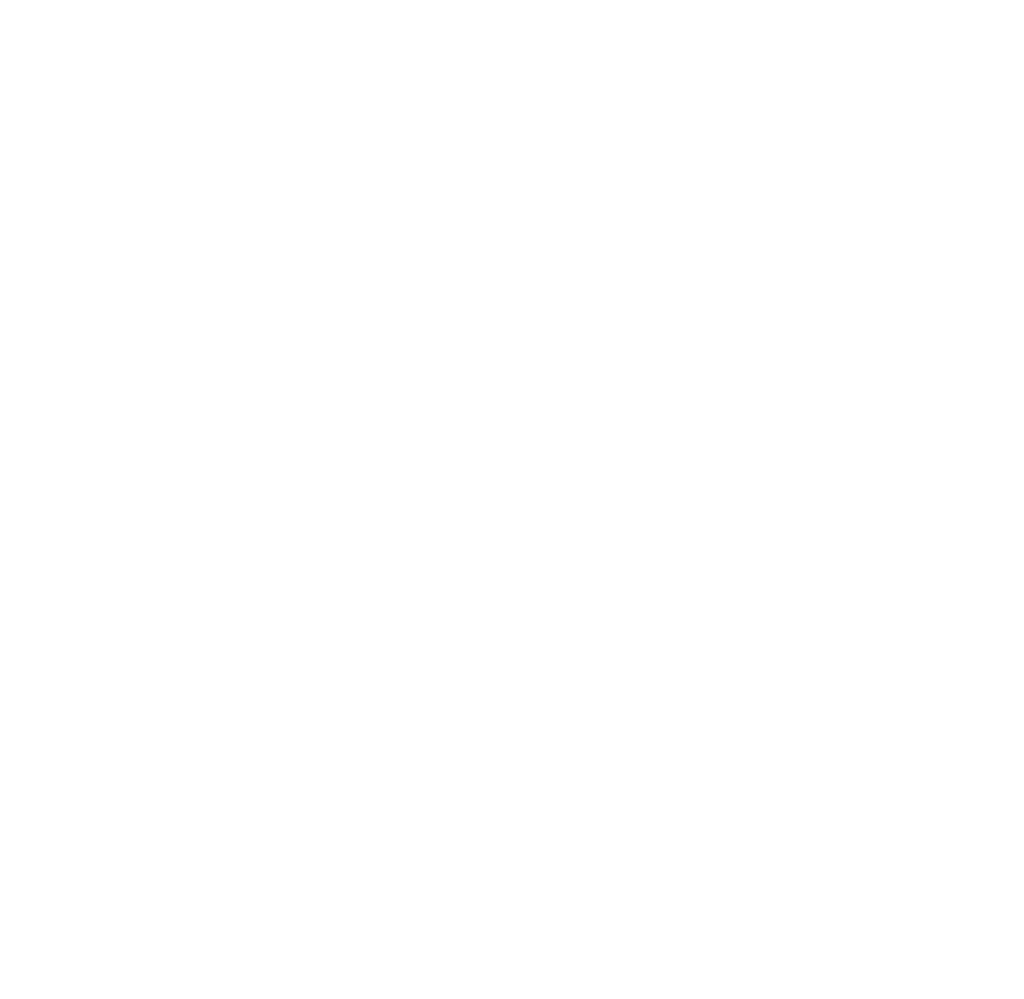
<source format=gto>
G04 #@! TF.GenerationSoftware,KiCad,Pcbnew,(5.1.4-0)*
G04 #@! TF.CreationDate,2021-03-11T23:07:08-05:00*
G04 #@! TF.ProjectId,mxnatee_switch_plate,6d786e61-7465-4655-9f73-77697463685f,rev?*
G04 #@! TF.SameCoordinates,Original*
G04 #@! TF.FileFunction,Legend,Top*
G04 #@! TF.FilePolarity,Positive*
%FSLAX46Y46*%
G04 Gerber Fmt 4.6, Leading zero omitted, Abs format (unit mm)*
G04 Created by KiCad (PCBNEW (5.1.4-0)) date 2021-03-11 23:07:08*
%MOMM*%
%LPD*%
G04 APERTURE LIST*
%ADD10C,0.150000*%
%ADD11C,0.100000*%
%ADD12C,16.102000*%
%ADD13C,4.502000*%
G04 APERTURE END LIST*
D10*
X106569095Y-118721130D02*
X106569095Y-117721130D01*
X106902428Y-118435416D01*
X107235761Y-117721130D01*
X107235761Y-118721130D01*
X107616714Y-117721130D02*
X108283380Y-118721130D01*
X108283380Y-117721130D02*
X107616714Y-118721130D01*
X109188142Y-118721130D02*
X108616714Y-118721130D01*
X108902428Y-118721130D02*
X108902428Y-117721130D01*
X108807190Y-117863988D01*
X108711952Y-117959226D01*
X108616714Y-118006845D01*
X109759571Y-118149702D02*
X109664333Y-118102083D01*
X109616714Y-118054464D01*
X109569095Y-117959226D01*
X109569095Y-117911607D01*
X109616714Y-117816369D01*
X109664333Y-117768750D01*
X109759571Y-117721130D01*
X109950047Y-117721130D01*
X110045285Y-117768750D01*
X110092904Y-117816369D01*
X110140523Y-117911607D01*
X110140523Y-117959226D01*
X110092904Y-118054464D01*
X110045285Y-118102083D01*
X109950047Y-118149702D01*
X109759571Y-118149702D01*
X109664333Y-118197321D01*
X109616714Y-118244940D01*
X109569095Y-118340178D01*
X109569095Y-118530654D01*
X109616714Y-118625892D01*
X109664333Y-118673511D01*
X109759571Y-118721130D01*
X109950047Y-118721130D01*
X110045285Y-118673511D01*
X110092904Y-118625892D01*
X110140523Y-118530654D01*
X110140523Y-118340178D01*
X110092904Y-118244940D01*
X110045285Y-118197321D01*
X109950047Y-118149702D01*
X125619095Y-118721130D02*
X125619095Y-117721130D01*
X125952428Y-118435416D01*
X126285761Y-117721130D01*
X126285761Y-118721130D01*
X126666714Y-117721130D02*
X127333380Y-118721130D01*
X127333380Y-117721130D02*
X126666714Y-118721130D01*
X128238142Y-118721130D02*
X127666714Y-118721130D01*
X127952428Y-118721130D02*
X127952428Y-117721130D01*
X127857190Y-117863988D01*
X127761952Y-117959226D01*
X127666714Y-118006845D01*
X128714333Y-118721130D02*
X128904809Y-118721130D01*
X129000047Y-118673511D01*
X129047666Y-118625892D01*
X129142904Y-118483035D01*
X129190523Y-118292559D01*
X129190523Y-117911607D01*
X129142904Y-117816369D01*
X129095285Y-117768750D01*
X129000047Y-117721130D01*
X128809571Y-117721130D01*
X128714333Y-117768750D01*
X128666714Y-117816369D01*
X128619095Y-117911607D01*
X128619095Y-118149702D01*
X128666714Y-118244940D01*
X128714333Y-118292559D01*
X128809571Y-118340178D01*
X129000047Y-118340178D01*
X129095285Y-118292559D01*
X129142904Y-118244940D01*
X129190523Y-118149702D01*
X87519095Y-118721130D02*
X87519095Y-117721130D01*
X87852428Y-118435416D01*
X88185761Y-117721130D01*
X88185761Y-118721130D01*
X88566714Y-117721130D02*
X89233380Y-118721130D01*
X89233380Y-117721130D02*
X88566714Y-118721130D01*
X90138142Y-118721130D02*
X89566714Y-118721130D01*
X89852428Y-118721130D02*
X89852428Y-117721130D01*
X89757190Y-117863988D01*
X89661952Y-117959226D01*
X89566714Y-118006845D01*
X90471476Y-117721130D02*
X91138142Y-117721130D01*
X90709571Y-118721130D01*
X111331595Y-137771130D02*
X111331595Y-136771130D01*
X111664928Y-137485416D01*
X111998261Y-136771130D01*
X111998261Y-137771130D01*
X112379214Y-136771130D02*
X113045880Y-137771130D01*
X113045880Y-136771130D02*
X112379214Y-137771130D01*
X113950642Y-137771130D02*
X113379214Y-137771130D01*
X113664928Y-137771130D02*
X113664928Y-136771130D01*
X113569690Y-136913988D01*
X113474452Y-137009226D01*
X113379214Y-137056845D01*
X114807785Y-136771130D02*
X114617309Y-136771130D01*
X114522071Y-136818750D01*
X114474452Y-136866369D01*
X114379214Y-137009226D01*
X114331595Y-137199702D01*
X114331595Y-137580654D01*
X114379214Y-137675892D01*
X114426833Y-137723511D01*
X114522071Y-137771130D01*
X114712547Y-137771130D01*
X114807785Y-137723511D01*
X114855404Y-137675892D01*
X114903023Y-137580654D01*
X114903023Y-137342559D01*
X114855404Y-137247321D01*
X114807785Y-137199702D01*
X114712547Y-137152083D01*
X114522071Y-137152083D01*
X114426833Y-137199702D01*
X114379214Y-137247321D01*
X114331595Y-137342559D01*
X130381595Y-137771130D02*
X130381595Y-136771130D01*
X130714928Y-137485416D01*
X131048261Y-136771130D01*
X131048261Y-137771130D01*
X131429214Y-136771130D02*
X132095880Y-137771130D01*
X132095880Y-136771130D02*
X131429214Y-137771130D01*
X133000642Y-137771130D02*
X132429214Y-137771130D01*
X132714928Y-137771130D02*
X132714928Y-136771130D01*
X132619690Y-136913988D01*
X132524452Y-137009226D01*
X132429214Y-137056845D01*
X133905404Y-136771130D02*
X133429214Y-136771130D01*
X133381595Y-137247321D01*
X133429214Y-137199702D01*
X133524452Y-137152083D01*
X133762547Y-137152083D01*
X133857785Y-137199702D01*
X133905404Y-137247321D01*
X133953023Y-137342559D01*
X133953023Y-137580654D01*
X133905404Y-137675892D01*
X133857785Y-137723511D01*
X133762547Y-137771130D01*
X133524452Y-137771130D01*
X133429214Y-137723511D01*
X133381595Y-137675892D01*
X101806595Y-99671130D02*
X101806595Y-98671130D01*
X102139928Y-99385416D01*
X102473261Y-98671130D01*
X102473261Y-99671130D01*
X102854214Y-98671130D02*
X103520880Y-99671130D01*
X103520880Y-98671130D02*
X102854214Y-99671130D01*
X104425642Y-99671130D02*
X103854214Y-99671130D01*
X104139928Y-99671130D02*
X104139928Y-98671130D01*
X104044690Y-98813988D01*
X103949452Y-98909226D01*
X103854214Y-98956845D01*
X105282785Y-99004464D02*
X105282785Y-99671130D01*
X105044690Y-98623511D02*
X104806595Y-99337797D01*
X105425642Y-99337797D01*
X82756595Y-99671130D02*
X82756595Y-98671130D01*
X83089928Y-99385416D01*
X83423261Y-98671130D01*
X83423261Y-99671130D01*
X83804214Y-98671130D02*
X84470880Y-99671130D01*
X84470880Y-98671130D02*
X83804214Y-99671130D01*
X85375642Y-99671130D02*
X84804214Y-99671130D01*
X85089928Y-99671130D02*
X85089928Y-98671130D01*
X84994690Y-98813988D01*
X84899452Y-98909226D01*
X84804214Y-98956845D01*
X85708976Y-98671130D02*
X86328023Y-98671130D01*
X85994690Y-99052083D01*
X86137547Y-99052083D01*
X86232785Y-99099702D01*
X86280404Y-99147321D01*
X86328023Y-99242559D01*
X86328023Y-99480654D01*
X86280404Y-99575892D01*
X86232785Y-99623511D01*
X86137547Y-99671130D01*
X85851833Y-99671130D01*
X85756595Y-99623511D01*
X85708976Y-99575892D01*
X63706595Y-90939880D02*
X63706595Y-89939880D01*
X64039928Y-90654166D01*
X64373261Y-89939880D01*
X64373261Y-90939880D01*
X64754214Y-89939880D02*
X65420880Y-90939880D01*
X65420880Y-89939880D02*
X64754214Y-90939880D01*
X66325642Y-90939880D02*
X65754214Y-90939880D01*
X66039928Y-90939880D02*
X66039928Y-89939880D01*
X65944690Y-90082738D01*
X65849452Y-90177976D01*
X65754214Y-90225595D01*
X66706595Y-90035119D02*
X66754214Y-89987500D01*
X66849452Y-89939880D01*
X67087547Y-89939880D01*
X67182785Y-89987500D01*
X67230404Y-90035119D01*
X67278023Y-90130357D01*
X67278023Y-90225595D01*
X67230404Y-90368452D01*
X66658976Y-90939880D01*
X67278023Y-90939880D01*
X25606595Y-95035630D02*
X25606595Y-94035630D01*
X25939928Y-94749916D01*
X26273261Y-94035630D01*
X26273261Y-95035630D01*
X26654214Y-94035630D02*
X27320880Y-95035630D01*
X27320880Y-94035630D02*
X26654214Y-95035630D01*
X28225642Y-95035630D02*
X27654214Y-95035630D01*
X27939928Y-95035630D02*
X27939928Y-94035630D01*
X27844690Y-94178488D01*
X27749452Y-94273726D01*
X27654214Y-94321345D01*
X29178023Y-95035630D02*
X28606595Y-95035630D01*
X28892309Y-95035630D02*
X28892309Y-94035630D01*
X28797071Y-94178488D01*
X28701833Y-94273726D01*
X28606595Y-94321345D01*
X101806595Y-80621130D02*
X101806595Y-79621130D01*
X102139928Y-80335416D01*
X102473261Y-79621130D01*
X102473261Y-80621130D01*
X102854214Y-79621130D02*
X103520880Y-80621130D01*
X103520880Y-79621130D02*
X102854214Y-80621130D01*
X104425642Y-80621130D02*
X103854214Y-80621130D01*
X104139928Y-80621130D02*
X104139928Y-79621130D01*
X104044690Y-79763988D01*
X103949452Y-79859226D01*
X103854214Y-79906845D01*
X105044690Y-79621130D02*
X105139928Y-79621130D01*
X105235166Y-79668750D01*
X105282785Y-79716369D01*
X105330404Y-79811607D01*
X105378023Y-80002083D01*
X105378023Y-80240178D01*
X105330404Y-80430654D01*
X105282785Y-80525892D01*
X105235166Y-80573511D01*
X105139928Y-80621130D01*
X105044690Y-80621130D01*
X104949452Y-80573511D01*
X104901833Y-80525892D01*
X104854214Y-80430654D01*
X104806595Y-80240178D01*
X104806595Y-80002083D01*
X104854214Y-79811607D01*
X104901833Y-79716369D01*
X104949452Y-79668750D01*
X105044690Y-79621130D01*
X83232785Y-80621130D02*
X83232785Y-79621130D01*
X83566119Y-80335416D01*
X83899452Y-79621130D01*
X83899452Y-80621130D01*
X84280404Y-79621130D02*
X84947071Y-80621130D01*
X84947071Y-79621130D02*
X84280404Y-80621130D01*
X85375642Y-80621130D02*
X85566119Y-80621130D01*
X85661357Y-80573511D01*
X85708976Y-80525892D01*
X85804214Y-80383035D01*
X85851833Y-80192559D01*
X85851833Y-79811607D01*
X85804214Y-79716369D01*
X85756595Y-79668750D01*
X85661357Y-79621130D01*
X85470880Y-79621130D01*
X85375642Y-79668750D01*
X85328023Y-79716369D01*
X85280404Y-79811607D01*
X85280404Y-80049702D01*
X85328023Y-80144940D01*
X85375642Y-80192559D01*
X85470880Y-80240178D01*
X85661357Y-80240178D01*
X85756595Y-80192559D01*
X85804214Y-80144940D01*
X85851833Y-80049702D01*
X64182785Y-71096130D02*
X64182785Y-70096130D01*
X64516119Y-70810416D01*
X64849452Y-70096130D01*
X64849452Y-71096130D01*
X65230404Y-70096130D02*
X65897071Y-71096130D01*
X65897071Y-70096130D02*
X65230404Y-71096130D01*
X66420880Y-70524702D02*
X66325642Y-70477083D01*
X66278023Y-70429464D01*
X66230404Y-70334226D01*
X66230404Y-70286607D01*
X66278023Y-70191369D01*
X66325642Y-70143750D01*
X66420880Y-70096130D01*
X66611357Y-70096130D01*
X66706595Y-70143750D01*
X66754214Y-70191369D01*
X66801833Y-70286607D01*
X66801833Y-70334226D01*
X66754214Y-70429464D01*
X66706595Y-70477083D01*
X66611357Y-70524702D01*
X66420880Y-70524702D01*
X66325642Y-70572321D01*
X66278023Y-70619940D01*
X66230404Y-70715178D01*
X66230404Y-70905654D01*
X66278023Y-71000892D01*
X66325642Y-71048511D01*
X66420880Y-71096130D01*
X66611357Y-71096130D01*
X66706595Y-71048511D01*
X66754214Y-71000892D01*
X66801833Y-70905654D01*
X66801833Y-70715178D01*
X66754214Y-70619940D01*
X66706595Y-70572321D01*
X66611357Y-70524702D01*
X45132785Y-80621130D02*
X45132785Y-79621130D01*
X45466119Y-80335416D01*
X45799452Y-79621130D01*
X45799452Y-80621130D01*
X46180404Y-79621130D02*
X46847071Y-80621130D01*
X46847071Y-79621130D02*
X46180404Y-80621130D01*
X47132785Y-79621130D02*
X47799452Y-79621130D01*
X47370880Y-80621130D01*
X102282785Y-61571130D02*
X102282785Y-60571130D01*
X102616119Y-61285416D01*
X102949452Y-60571130D01*
X102949452Y-61571130D01*
X103330404Y-60571130D02*
X103997071Y-61571130D01*
X103997071Y-60571130D02*
X103330404Y-61571130D01*
X104806595Y-60571130D02*
X104616119Y-60571130D01*
X104520880Y-60618750D01*
X104473261Y-60666369D01*
X104378023Y-60809226D01*
X104330404Y-60999702D01*
X104330404Y-61380654D01*
X104378023Y-61475892D01*
X104425642Y-61523511D01*
X104520880Y-61571130D01*
X104711357Y-61571130D01*
X104806595Y-61523511D01*
X104854214Y-61475892D01*
X104901833Y-61380654D01*
X104901833Y-61142559D01*
X104854214Y-61047321D01*
X104806595Y-60999702D01*
X104711357Y-60952083D01*
X104520880Y-60952083D01*
X104425642Y-60999702D01*
X104378023Y-61047321D01*
X104330404Y-61142559D01*
X83232785Y-61571130D02*
X83232785Y-60571130D01*
X83566119Y-61285416D01*
X83899452Y-60571130D01*
X83899452Y-61571130D01*
X84280404Y-60571130D02*
X84947071Y-61571130D01*
X84947071Y-60571130D02*
X84280404Y-61571130D01*
X85804214Y-60571130D02*
X85328023Y-60571130D01*
X85280404Y-61047321D01*
X85328023Y-60999702D01*
X85423261Y-60952083D01*
X85661357Y-60952083D01*
X85756595Y-60999702D01*
X85804214Y-61047321D01*
X85851833Y-61142559D01*
X85851833Y-61380654D01*
X85804214Y-61475892D01*
X85756595Y-61523511D01*
X85661357Y-61571130D01*
X85423261Y-61571130D01*
X85328023Y-61523511D01*
X85280404Y-61475892D01*
X64182785Y-52046130D02*
X64182785Y-51046130D01*
X64516119Y-51760416D01*
X64849452Y-51046130D01*
X64849452Y-52046130D01*
X65230404Y-51046130D02*
X65897071Y-52046130D01*
X65897071Y-51046130D02*
X65230404Y-52046130D01*
X66706595Y-51379464D02*
X66706595Y-52046130D01*
X66468500Y-50998511D02*
X66230404Y-51712797D01*
X66849452Y-51712797D01*
X45132785Y-61571130D02*
X45132785Y-60571130D01*
X45466119Y-61285416D01*
X45799452Y-60571130D01*
X45799452Y-61571130D01*
X46180404Y-60571130D02*
X46847071Y-61571130D01*
X46847071Y-60571130D02*
X46180404Y-61571130D01*
X47132785Y-60571130D02*
X47751833Y-60571130D01*
X47418500Y-60952083D01*
X47561357Y-60952083D01*
X47656595Y-60999702D01*
X47704214Y-61047321D01*
X47751833Y-61142559D01*
X47751833Y-61380654D01*
X47704214Y-61475892D01*
X47656595Y-61523511D01*
X47561357Y-61571130D01*
X47275642Y-61571130D01*
X47180404Y-61523511D01*
X47132785Y-61475892D01*
X83232785Y-42521130D02*
X83232785Y-41521130D01*
X83566119Y-42235416D01*
X83899452Y-41521130D01*
X83899452Y-42521130D01*
X84280404Y-41521130D02*
X84947071Y-42521130D01*
X84947071Y-41521130D02*
X84280404Y-42521130D01*
X85280404Y-41616369D02*
X85328023Y-41568750D01*
X85423261Y-41521130D01*
X85661357Y-41521130D01*
X85756595Y-41568750D01*
X85804214Y-41616369D01*
X85851833Y-41711607D01*
X85851833Y-41806845D01*
X85804214Y-41949702D01*
X85232785Y-42521130D01*
X85851833Y-42521130D01*
X64182785Y-32996130D02*
X64182785Y-31996130D01*
X64516119Y-32710416D01*
X64849452Y-31996130D01*
X64849452Y-32996130D01*
X65230404Y-31996130D02*
X65897071Y-32996130D01*
X65897071Y-31996130D02*
X65230404Y-32996130D01*
X66801833Y-32996130D02*
X66230404Y-32996130D01*
X66516119Y-32996130D02*
X66516119Y-31996130D01*
X66420880Y-32138988D01*
X66325642Y-32234226D01*
X66230404Y-32281845D01*
%LPC*%
D11*
G36*
X115721005Y-105396635D02*
G01*
X115819479Y-105411242D01*
X115916046Y-105435431D01*
X116009778Y-105468969D01*
X116099771Y-105511532D01*
X116185159Y-105562712D01*
X116265119Y-105622014D01*
X116338882Y-105688868D01*
X116405736Y-105762631D01*
X116465038Y-105842591D01*
X116516218Y-105927979D01*
X116558781Y-106017972D01*
X116592319Y-106111704D01*
X116616508Y-106208271D01*
X116631115Y-106306745D01*
X116636000Y-106406176D01*
X116636000Y-120479324D01*
X116631115Y-120578755D01*
X116616508Y-120677229D01*
X116592319Y-120773796D01*
X116558781Y-120867528D01*
X116516218Y-120957521D01*
X116465038Y-121042909D01*
X116405736Y-121122869D01*
X116338882Y-121196632D01*
X116265119Y-121263486D01*
X116185159Y-121322788D01*
X116099771Y-121373968D01*
X116009778Y-121416531D01*
X115916046Y-121450069D01*
X115819479Y-121474258D01*
X115721005Y-121488865D01*
X115621574Y-121493750D01*
X101548426Y-121493750D01*
X101448995Y-121488865D01*
X101350521Y-121474258D01*
X101253954Y-121450069D01*
X101160222Y-121416531D01*
X101070229Y-121373968D01*
X100984841Y-121322788D01*
X100904881Y-121263486D01*
X100831118Y-121196632D01*
X100764264Y-121122869D01*
X100704962Y-121042909D01*
X100653782Y-120957521D01*
X100611219Y-120867528D01*
X100577681Y-120773796D01*
X100553492Y-120677229D01*
X100538885Y-120578755D01*
X100534000Y-120479324D01*
X100534000Y-106406176D01*
X100538885Y-106306745D01*
X100553492Y-106208271D01*
X100577681Y-106111704D01*
X100611219Y-106017972D01*
X100653782Y-105927979D01*
X100704962Y-105842591D01*
X100764264Y-105762631D01*
X100831118Y-105688868D01*
X100904881Y-105622014D01*
X100984841Y-105562712D01*
X101070229Y-105511532D01*
X101160222Y-105468969D01*
X101253954Y-105435431D01*
X101350521Y-105411242D01*
X101448995Y-105396635D01*
X101548426Y-105391750D01*
X115621574Y-105391750D01*
X115721005Y-105396635D01*
X115721005Y-105396635D01*
G37*
D12*
X108585000Y-113442750D03*
D11*
G36*
X134771005Y-105396635D02*
G01*
X134869479Y-105411242D01*
X134966046Y-105435431D01*
X135059778Y-105468969D01*
X135149771Y-105511532D01*
X135235159Y-105562712D01*
X135315119Y-105622014D01*
X135388882Y-105688868D01*
X135455736Y-105762631D01*
X135515038Y-105842591D01*
X135566218Y-105927979D01*
X135608781Y-106017972D01*
X135642319Y-106111704D01*
X135666508Y-106208271D01*
X135681115Y-106306745D01*
X135686000Y-106406176D01*
X135686000Y-120479324D01*
X135681115Y-120578755D01*
X135666508Y-120677229D01*
X135642319Y-120773796D01*
X135608781Y-120867528D01*
X135566218Y-120957521D01*
X135515038Y-121042909D01*
X135455736Y-121122869D01*
X135388882Y-121196632D01*
X135315119Y-121263486D01*
X135235159Y-121322788D01*
X135149771Y-121373968D01*
X135059778Y-121416531D01*
X134966046Y-121450069D01*
X134869479Y-121474258D01*
X134771005Y-121488865D01*
X134671574Y-121493750D01*
X120598426Y-121493750D01*
X120498995Y-121488865D01*
X120400521Y-121474258D01*
X120303954Y-121450069D01*
X120210222Y-121416531D01*
X120120229Y-121373968D01*
X120034841Y-121322788D01*
X119954881Y-121263486D01*
X119881118Y-121196632D01*
X119814264Y-121122869D01*
X119754962Y-121042909D01*
X119703782Y-120957521D01*
X119661219Y-120867528D01*
X119627681Y-120773796D01*
X119603492Y-120677229D01*
X119588885Y-120578755D01*
X119584000Y-120479324D01*
X119584000Y-106406176D01*
X119588885Y-106306745D01*
X119603492Y-106208271D01*
X119627681Y-106111704D01*
X119661219Y-106017972D01*
X119703782Y-105927979D01*
X119754962Y-105842591D01*
X119814264Y-105762631D01*
X119881118Y-105688868D01*
X119954881Y-105622014D01*
X120034841Y-105562712D01*
X120120229Y-105511532D01*
X120210222Y-105468969D01*
X120303954Y-105435431D01*
X120400521Y-105411242D01*
X120498995Y-105396635D01*
X120598426Y-105391750D01*
X134671574Y-105391750D01*
X134771005Y-105396635D01*
X134771005Y-105396635D01*
G37*
D12*
X127635000Y-113442750D03*
D11*
G36*
X96671005Y-105396635D02*
G01*
X96769479Y-105411242D01*
X96866046Y-105435431D01*
X96959778Y-105468969D01*
X97049771Y-105511532D01*
X97135159Y-105562712D01*
X97215119Y-105622014D01*
X97288882Y-105688868D01*
X97355736Y-105762631D01*
X97415038Y-105842591D01*
X97466218Y-105927979D01*
X97508781Y-106017972D01*
X97542319Y-106111704D01*
X97566508Y-106208271D01*
X97581115Y-106306745D01*
X97586000Y-106406176D01*
X97586000Y-120479324D01*
X97581115Y-120578755D01*
X97566508Y-120677229D01*
X97542319Y-120773796D01*
X97508781Y-120867528D01*
X97466218Y-120957521D01*
X97415038Y-121042909D01*
X97355736Y-121122869D01*
X97288882Y-121196632D01*
X97215119Y-121263486D01*
X97135159Y-121322788D01*
X97049771Y-121373968D01*
X96959778Y-121416531D01*
X96866046Y-121450069D01*
X96769479Y-121474258D01*
X96671005Y-121488865D01*
X96571574Y-121493750D01*
X82498426Y-121493750D01*
X82398995Y-121488865D01*
X82300521Y-121474258D01*
X82203954Y-121450069D01*
X82110222Y-121416531D01*
X82020229Y-121373968D01*
X81934841Y-121322788D01*
X81854881Y-121263486D01*
X81781118Y-121196632D01*
X81714264Y-121122869D01*
X81654962Y-121042909D01*
X81603782Y-120957521D01*
X81561219Y-120867528D01*
X81527681Y-120773796D01*
X81503492Y-120677229D01*
X81488885Y-120578755D01*
X81484000Y-120479324D01*
X81484000Y-106406176D01*
X81488885Y-106306745D01*
X81503492Y-106208271D01*
X81527681Y-106111704D01*
X81561219Y-106017972D01*
X81603782Y-105927979D01*
X81654962Y-105842591D01*
X81714264Y-105762631D01*
X81781118Y-105688868D01*
X81854881Y-105622014D01*
X81934841Y-105562712D01*
X82020229Y-105511532D01*
X82110222Y-105468969D01*
X82203954Y-105435431D01*
X82300521Y-105411242D01*
X82398995Y-105396635D01*
X82498426Y-105391750D01*
X96571574Y-105391750D01*
X96671005Y-105396635D01*
X96671005Y-105396635D01*
G37*
D12*
X89535000Y-113442750D03*
D11*
G36*
X120483505Y-124446635D02*
G01*
X120581979Y-124461242D01*
X120678546Y-124485431D01*
X120772278Y-124518969D01*
X120862271Y-124561532D01*
X120947659Y-124612712D01*
X121027619Y-124672014D01*
X121101382Y-124738868D01*
X121168236Y-124812631D01*
X121227538Y-124892591D01*
X121278718Y-124977979D01*
X121321281Y-125067972D01*
X121354819Y-125161704D01*
X121379008Y-125258271D01*
X121393615Y-125356745D01*
X121398500Y-125456176D01*
X121398500Y-139529324D01*
X121393615Y-139628755D01*
X121379008Y-139727229D01*
X121354819Y-139823796D01*
X121321281Y-139917528D01*
X121278718Y-140007521D01*
X121227538Y-140092909D01*
X121168236Y-140172869D01*
X121101382Y-140246632D01*
X121027619Y-140313486D01*
X120947659Y-140372788D01*
X120862271Y-140423968D01*
X120772278Y-140466531D01*
X120678546Y-140500069D01*
X120581979Y-140524258D01*
X120483505Y-140538865D01*
X120384074Y-140543750D01*
X106310926Y-140543750D01*
X106211495Y-140538865D01*
X106113021Y-140524258D01*
X106016454Y-140500069D01*
X105922722Y-140466531D01*
X105832729Y-140423968D01*
X105747341Y-140372788D01*
X105667381Y-140313486D01*
X105593618Y-140246632D01*
X105526764Y-140172869D01*
X105467462Y-140092909D01*
X105416282Y-140007521D01*
X105373719Y-139917528D01*
X105340181Y-139823796D01*
X105315992Y-139727229D01*
X105301385Y-139628755D01*
X105296500Y-139529324D01*
X105296500Y-125456176D01*
X105301385Y-125356745D01*
X105315992Y-125258271D01*
X105340181Y-125161704D01*
X105373719Y-125067972D01*
X105416282Y-124977979D01*
X105467462Y-124892591D01*
X105526764Y-124812631D01*
X105593618Y-124738868D01*
X105667381Y-124672014D01*
X105747341Y-124612712D01*
X105832729Y-124561532D01*
X105922722Y-124518969D01*
X106016454Y-124485431D01*
X106113021Y-124461242D01*
X106211495Y-124446635D01*
X106310926Y-124441750D01*
X120384074Y-124441750D01*
X120483505Y-124446635D01*
X120483505Y-124446635D01*
G37*
D12*
X113347500Y-132492750D03*
D11*
G36*
X139533505Y-124446635D02*
G01*
X139631979Y-124461242D01*
X139728546Y-124485431D01*
X139822278Y-124518969D01*
X139912271Y-124561532D01*
X139997659Y-124612712D01*
X140077619Y-124672014D01*
X140151382Y-124738868D01*
X140218236Y-124812631D01*
X140277538Y-124892591D01*
X140328718Y-124977979D01*
X140371281Y-125067972D01*
X140404819Y-125161704D01*
X140429008Y-125258271D01*
X140443615Y-125356745D01*
X140448500Y-125456176D01*
X140448500Y-139529324D01*
X140443615Y-139628755D01*
X140429008Y-139727229D01*
X140404819Y-139823796D01*
X140371281Y-139917528D01*
X140328718Y-140007521D01*
X140277538Y-140092909D01*
X140218236Y-140172869D01*
X140151382Y-140246632D01*
X140077619Y-140313486D01*
X139997659Y-140372788D01*
X139912271Y-140423968D01*
X139822278Y-140466531D01*
X139728546Y-140500069D01*
X139631979Y-140524258D01*
X139533505Y-140538865D01*
X139434074Y-140543750D01*
X125360926Y-140543750D01*
X125261495Y-140538865D01*
X125163021Y-140524258D01*
X125066454Y-140500069D01*
X124972722Y-140466531D01*
X124882729Y-140423968D01*
X124797341Y-140372788D01*
X124717381Y-140313486D01*
X124643618Y-140246632D01*
X124576764Y-140172869D01*
X124517462Y-140092909D01*
X124466282Y-140007521D01*
X124423719Y-139917528D01*
X124390181Y-139823796D01*
X124365992Y-139727229D01*
X124351385Y-139628755D01*
X124346500Y-139529324D01*
X124346500Y-125456176D01*
X124351385Y-125356745D01*
X124365992Y-125258271D01*
X124390181Y-125161704D01*
X124423719Y-125067972D01*
X124466282Y-124977979D01*
X124517462Y-124892591D01*
X124576764Y-124812631D01*
X124643618Y-124738868D01*
X124717381Y-124672014D01*
X124797341Y-124612712D01*
X124882729Y-124561532D01*
X124972722Y-124518969D01*
X125066454Y-124485431D01*
X125163021Y-124461242D01*
X125261495Y-124446635D01*
X125360926Y-124441750D01*
X139434074Y-124441750D01*
X139533505Y-124446635D01*
X139533505Y-124446635D01*
G37*
D12*
X132397500Y-132492750D03*
D11*
G36*
X110958505Y-86346635D02*
G01*
X111056979Y-86361242D01*
X111153546Y-86385431D01*
X111247278Y-86418969D01*
X111337271Y-86461532D01*
X111422659Y-86512712D01*
X111502619Y-86572014D01*
X111576382Y-86638868D01*
X111643236Y-86712631D01*
X111702538Y-86792591D01*
X111753718Y-86877979D01*
X111796281Y-86967972D01*
X111829819Y-87061704D01*
X111854008Y-87158271D01*
X111868615Y-87256745D01*
X111873500Y-87356176D01*
X111873500Y-101429324D01*
X111868615Y-101528755D01*
X111854008Y-101627229D01*
X111829819Y-101723796D01*
X111796281Y-101817528D01*
X111753718Y-101907521D01*
X111702538Y-101992909D01*
X111643236Y-102072869D01*
X111576382Y-102146632D01*
X111502619Y-102213486D01*
X111422659Y-102272788D01*
X111337271Y-102323968D01*
X111247278Y-102366531D01*
X111153546Y-102400069D01*
X111056979Y-102424258D01*
X110958505Y-102438865D01*
X110859074Y-102443750D01*
X96785926Y-102443750D01*
X96686495Y-102438865D01*
X96588021Y-102424258D01*
X96491454Y-102400069D01*
X96397722Y-102366531D01*
X96307729Y-102323968D01*
X96222341Y-102272788D01*
X96142381Y-102213486D01*
X96068618Y-102146632D01*
X96001764Y-102072869D01*
X95942462Y-101992909D01*
X95891282Y-101907521D01*
X95848719Y-101817528D01*
X95815181Y-101723796D01*
X95790992Y-101627229D01*
X95776385Y-101528755D01*
X95771500Y-101429324D01*
X95771500Y-87356176D01*
X95776385Y-87256745D01*
X95790992Y-87158271D01*
X95815181Y-87061704D01*
X95848719Y-86967972D01*
X95891282Y-86877979D01*
X95942462Y-86792591D01*
X96001764Y-86712631D01*
X96068618Y-86638868D01*
X96142381Y-86572014D01*
X96222341Y-86512712D01*
X96307729Y-86461532D01*
X96397722Y-86418969D01*
X96491454Y-86385431D01*
X96588021Y-86361242D01*
X96686495Y-86346635D01*
X96785926Y-86341750D01*
X110859074Y-86341750D01*
X110958505Y-86346635D01*
X110958505Y-86346635D01*
G37*
D12*
X103822500Y-94392750D03*
D11*
G36*
X91908505Y-86346635D02*
G01*
X92006979Y-86361242D01*
X92103546Y-86385431D01*
X92197278Y-86418969D01*
X92287271Y-86461532D01*
X92372659Y-86512712D01*
X92452619Y-86572014D01*
X92526382Y-86638868D01*
X92593236Y-86712631D01*
X92652538Y-86792591D01*
X92703718Y-86877979D01*
X92746281Y-86967972D01*
X92779819Y-87061704D01*
X92804008Y-87158271D01*
X92818615Y-87256745D01*
X92823500Y-87356176D01*
X92823500Y-101429324D01*
X92818615Y-101528755D01*
X92804008Y-101627229D01*
X92779819Y-101723796D01*
X92746281Y-101817528D01*
X92703718Y-101907521D01*
X92652538Y-101992909D01*
X92593236Y-102072869D01*
X92526382Y-102146632D01*
X92452619Y-102213486D01*
X92372659Y-102272788D01*
X92287271Y-102323968D01*
X92197278Y-102366531D01*
X92103546Y-102400069D01*
X92006979Y-102424258D01*
X91908505Y-102438865D01*
X91809074Y-102443750D01*
X77735926Y-102443750D01*
X77636495Y-102438865D01*
X77538021Y-102424258D01*
X77441454Y-102400069D01*
X77347722Y-102366531D01*
X77257729Y-102323968D01*
X77172341Y-102272788D01*
X77092381Y-102213486D01*
X77018618Y-102146632D01*
X76951764Y-102072869D01*
X76892462Y-101992909D01*
X76841282Y-101907521D01*
X76798719Y-101817528D01*
X76765181Y-101723796D01*
X76740992Y-101627229D01*
X76726385Y-101528755D01*
X76721500Y-101429324D01*
X76721500Y-87356176D01*
X76726385Y-87256745D01*
X76740992Y-87158271D01*
X76765181Y-87061704D01*
X76798719Y-86967972D01*
X76841282Y-86877979D01*
X76892462Y-86792591D01*
X76951764Y-86712631D01*
X77018618Y-86638868D01*
X77092381Y-86572014D01*
X77172341Y-86512712D01*
X77257729Y-86461532D01*
X77347722Y-86418969D01*
X77441454Y-86385431D01*
X77538021Y-86361242D01*
X77636495Y-86346635D01*
X77735926Y-86341750D01*
X91809074Y-86341750D01*
X91908505Y-86346635D01*
X91908505Y-86346635D01*
G37*
D12*
X84772500Y-94392750D03*
D11*
G36*
X72858505Y-77615385D02*
G01*
X72956979Y-77629992D01*
X73053546Y-77654181D01*
X73147278Y-77687719D01*
X73237271Y-77730282D01*
X73322659Y-77781462D01*
X73402619Y-77840764D01*
X73476382Y-77907618D01*
X73543236Y-77981381D01*
X73602538Y-78061341D01*
X73653718Y-78146729D01*
X73696281Y-78236722D01*
X73729819Y-78330454D01*
X73754008Y-78427021D01*
X73768615Y-78525495D01*
X73773500Y-78624926D01*
X73773500Y-92698074D01*
X73768615Y-92797505D01*
X73754008Y-92895979D01*
X73729819Y-92992546D01*
X73696281Y-93086278D01*
X73653718Y-93176271D01*
X73602538Y-93261659D01*
X73543236Y-93341619D01*
X73476382Y-93415382D01*
X73402619Y-93482236D01*
X73322659Y-93541538D01*
X73237271Y-93592718D01*
X73147278Y-93635281D01*
X73053546Y-93668819D01*
X72956979Y-93693008D01*
X72858505Y-93707615D01*
X72759074Y-93712500D01*
X58685926Y-93712500D01*
X58586495Y-93707615D01*
X58488021Y-93693008D01*
X58391454Y-93668819D01*
X58297722Y-93635281D01*
X58207729Y-93592718D01*
X58122341Y-93541538D01*
X58042381Y-93482236D01*
X57968618Y-93415382D01*
X57901764Y-93341619D01*
X57842462Y-93261659D01*
X57791282Y-93176271D01*
X57748719Y-93086278D01*
X57715181Y-92992546D01*
X57690992Y-92895979D01*
X57676385Y-92797505D01*
X57671500Y-92698074D01*
X57671500Y-78624926D01*
X57676385Y-78525495D01*
X57690992Y-78427021D01*
X57715181Y-78330454D01*
X57748719Y-78236722D01*
X57791282Y-78146729D01*
X57842462Y-78061341D01*
X57901764Y-77981381D01*
X57968618Y-77907618D01*
X58042381Y-77840764D01*
X58122341Y-77781462D01*
X58207729Y-77730282D01*
X58297722Y-77687719D01*
X58391454Y-77654181D01*
X58488021Y-77629992D01*
X58586495Y-77615385D01*
X58685926Y-77610500D01*
X72759074Y-77610500D01*
X72858505Y-77615385D01*
X72858505Y-77615385D01*
G37*
D12*
X65722500Y-85661500D03*
D11*
G36*
X34758505Y-81711135D02*
G01*
X34856979Y-81725742D01*
X34953546Y-81749931D01*
X35047278Y-81783469D01*
X35137271Y-81826032D01*
X35222659Y-81877212D01*
X35302619Y-81936514D01*
X35376382Y-82003368D01*
X35443236Y-82077131D01*
X35502538Y-82157091D01*
X35553718Y-82242479D01*
X35596281Y-82332472D01*
X35629819Y-82426204D01*
X35654008Y-82522771D01*
X35668615Y-82621245D01*
X35673500Y-82720676D01*
X35673500Y-96793824D01*
X35668615Y-96893255D01*
X35654008Y-96991729D01*
X35629819Y-97088296D01*
X35596281Y-97182028D01*
X35553718Y-97272021D01*
X35502538Y-97357409D01*
X35443236Y-97437369D01*
X35376382Y-97511132D01*
X35302619Y-97577986D01*
X35222659Y-97637288D01*
X35137271Y-97688468D01*
X35047278Y-97731031D01*
X34953546Y-97764569D01*
X34856979Y-97788758D01*
X34758505Y-97803365D01*
X34659074Y-97808250D01*
X20585926Y-97808250D01*
X20486495Y-97803365D01*
X20388021Y-97788758D01*
X20291454Y-97764569D01*
X20197722Y-97731031D01*
X20107729Y-97688468D01*
X20022341Y-97637288D01*
X19942381Y-97577986D01*
X19868618Y-97511132D01*
X19801764Y-97437369D01*
X19742462Y-97357409D01*
X19691282Y-97272021D01*
X19648719Y-97182028D01*
X19615181Y-97088296D01*
X19590992Y-96991729D01*
X19576385Y-96893255D01*
X19571500Y-96793824D01*
X19571500Y-82720676D01*
X19576385Y-82621245D01*
X19590992Y-82522771D01*
X19615181Y-82426204D01*
X19648719Y-82332472D01*
X19691282Y-82242479D01*
X19742462Y-82157091D01*
X19801764Y-82077131D01*
X19868618Y-82003368D01*
X19942381Y-81936514D01*
X20022341Y-81877212D01*
X20107729Y-81826032D01*
X20197722Y-81783469D01*
X20291454Y-81749931D01*
X20388021Y-81725742D01*
X20486495Y-81711135D01*
X20585926Y-81706250D01*
X34659074Y-81706250D01*
X34758505Y-81711135D01*
X34758505Y-81711135D01*
G37*
D12*
X27622500Y-89757250D03*
D11*
G36*
X110958505Y-67296635D02*
G01*
X111056979Y-67311242D01*
X111153546Y-67335431D01*
X111247278Y-67368969D01*
X111337271Y-67411532D01*
X111422659Y-67462712D01*
X111502619Y-67522014D01*
X111576382Y-67588868D01*
X111643236Y-67662631D01*
X111702538Y-67742591D01*
X111753718Y-67827979D01*
X111796281Y-67917972D01*
X111829819Y-68011704D01*
X111854008Y-68108271D01*
X111868615Y-68206745D01*
X111873500Y-68306176D01*
X111873500Y-82379324D01*
X111868615Y-82478755D01*
X111854008Y-82577229D01*
X111829819Y-82673796D01*
X111796281Y-82767528D01*
X111753718Y-82857521D01*
X111702538Y-82942909D01*
X111643236Y-83022869D01*
X111576382Y-83096632D01*
X111502619Y-83163486D01*
X111422659Y-83222788D01*
X111337271Y-83273968D01*
X111247278Y-83316531D01*
X111153546Y-83350069D01*
X111056979Y-83374258D01*
X110958505Y-83388865D01*
X110859074Y-83393750D01*
X96785926Y-83393750D01*
X96686495Y-83388865D01*
X96588021Y-83374258D01*
X96491454Y-83350069D01*
X96397722Y-83316531D01*
X96307729Y-83273968D01*
X96222341Y-83222788D01*
X96142381Y-83163486D01*
X96068618Y-83096632D01*
X96001764Y-83022869D01*
X95942462Y-82942909D01*
X95891282Y-82857521D01*
X95848719Y-82767528D01*
X95815181Y-82673796D01*
X95790992Y-82577229D01*
X95776385Y-82478755D01*
X95771500Y-82379324D01*
X95771500Y-68306176D01*
X95776385Y-68206745D01*
X95790992Y-68108271D01*
X95815181Y-68011704D01*
X95848719Y-67917972D01*
X95891282Y-67827979D01*
X95942462Y-67742591D01*
X96001764Y-67662631D01*
X96068618Y-67588868D01*
X96142381Y-67522014D01*
X96222341Y-67462712D01*
X96307729Y-67411532D01*
X96397722Y-67368969D01*
X96491454Y-67335431D01*
X96588021Y-67311242D01*
X96686495Y-67296635D01*
X96785926Y-67291750D01*
X110859074Y-67291750D01*
X110958505Y-67296635D01*
X110958505Y-67296635D01*
G37*
D12*
X103822500Y-75342750D03*
D11*
G36*
X91908505Y-67296635D02*
G01*
X92006979Y-67311242D01*
X92103546Y-67335431D01*
X92197278Y-67368969D01*
X92287271Y-67411532D01*
X92372659Y-67462712D01*
X92452619Y-67522014D01*
X92526382Y-67588868D01*
X92593236Y-67662631D01*
X92652538Y-67742591D01*
X92703718Y-67827979D01*
X92746281Y-67917972D01*
X92779819Y-68011704D01*
X92804008Y-68108271D01*
X92818615Y-68206745D01*
X92823500Y-68306176D01*
X92823500Y-82379324D01*
X92818615Y-82478755D01*
X92804008Y-82577229D01*
X92779819Y-82673796D01*
X92746281Y-82767528D01*
X92703718Y-82857521D01*
X92652538Y-82942909D01*
X92593236Y-83022869D01*
X92526382Y-83096632D01*
X92452619Y-83163486D01*
X92372659Y-83222788D01*
X92287271Y-83273968D01*
X92197278Y-83316531D01*
X92103546Y-83350069D01*
X92006979Y-83374258D01*
X91908505Y-83388865D01*
X91809074Y-83393750D01*
X77735926Y-83393750D01*
X77636495Y-83388865D01*
X77538021Y-83374258D01*
X77441454Y-83350069D01*
X77347722Y-83316531D01*
X77257729Y-83273968D01*
X77172341Y-83222788D01*
X77092381Y-83163486D01*
X77018618Y-83096632D01*
X76951764Y-83022869D01*
X76892462Y-82942909D01*
X76841282Y-82857521D01*
X76798719Y-82767528D01*
X76765181Y-82673796D01*
X76740992Y-82577229D01*
X76726385Y-82478755D01*
X76721500Y-82379324D01*
X76721500Y-68306176D01*
X76726385Y-68206745D01*
X76740992Y-68108271D01*
X76765181Y-68011704D01*
X76798719Y-67917972D01*
X76841282Y-67827979D01*
X76892462Y-67742591D01*
X76951764Y-67662631D01*
X77018618Y-67588868D01*
X77092381Y-67522014D01*
X77172341Y-67462712D01*
X77257729Y-67411532D01*
X77347722Y-67368969D01*
X77441454Y-67335431D01*
X77538021Y-67311242D01*
X77636495Y-67296635D01*
X77735926Y-67291750D01*
X91809074Y-67291750D01*
X91908505Y-67296635D01*
X91908505Y-67296635D01*
G37*
D12*
X84772500Y-75342750D03*
D11*
G36*
X72858505Y-57771635D02*
G01*
X72956979Y-57786242D01*
X73053546Y-57810431D01*
X73147278Y-57843969D01*
X73237271Y-57886532D01*
X73322659Y-57937712D01*
X73402619Y-57997014D01*
X73476382Y-58063868D01*
X73543236Y-58137631D01*
X73602538Y-58217591D01*
X73653718Y-58302979D01*
X73696281Y-58392972D01*
X73729819Y-58486704D01*
X73754008Y-58583271D01*
X73768615Y-58681745D01*
X73773500Y-58781176D01*
X73773500Y-72854324D01*
X73768615Y-72953755D01*
X73754008Y-73052229D01*
X73729819Y-73148796D01*
X73696281Y-73242528D01*
X73653718Y-73332521D01*
X73602538Y-73417909D01*
X73543236Y-73497869D01*
X73476382Y-73571632D01*
X73402619Y-73638486D01*
X73322659Y-73697788D01*
X73237271Y-73748968D01*
X73147278Y-73791531D01*
X73053546Y-73825069D01*
X72956979Y-73849258D01*
X72858505Y-73863865D01*
X72759074Y-73868750D01*
X58685926Y-73868750D01*
X58586495Y-73863865D01*
X58488021Y-73849258D01*
X58391454Y-73825069D01*
X58297722Y-73791531D01*
X58207729Y-73748968D01*
X58122341Y-73697788D01*
X58042381Y-73638486D01*
X57968618Y-73571632D01*
X57901764Y-73497869D01*
X57842462Y-73417909D01*
X57791282Y-73332521D01*
X57748719Y-73242528D01*
X57715181Y-73148796D01*
X57690992Y-73052229D01*
X57676385Y-72953755D01*
X57671500Y-72854324D01*
X57671500Y-58781176D01*
X57676385Y-58681745D01*
X57690992Y-58583271D01*
X57715181Y-58486704D01*
X57748719Y-58392972D01*
X57791282Y-58302979D01*
X57842462Y-58217591D01*
X57901764Y-58137631D01*
X57968618Y-58063868D01*
X58042381Y-57997014D01*
X58122341Y-57937712D01*
X58207729Y-57886532D01*
X58297722Y-57843969D01*
X58391454Y-57810431D01*
X58488021Y-57786242D01*
X58586495Y-57771635D01*
X58685926Y-57766750D01*
X72759074Y-57766750D01*
X72858505Y-57771635D01*
X72858505Y-57771635D01*
G37*
D12*
X65722500Y-65817750D03*
D11*
G36*
X53808505Y-67296635D02*
G01*
X53906979Y-67311242D01*
X54003546Y-67335431D01*
X54097278Y-67368969D01*
X54187271Y-67411532D01*
X54272659Y-67462712D01*
X54352619Y-67522014D01*
X54426382Y-67588868D01*
X54493236Y-67662631D01*
X54552538Y-67742591D01*
X54603718Y-67827979D01*
X54646281Y-67917972D01*
X54679819Y-68011704D01*
X54704008Y-68108271D01*
X54718615Y-68206745D01*
X54723500Y-68306176D01*
X54723500Y-82379324D01*
X54718615Y-82478755D01*
X54704008Y-82577229D01*
X54679819Y-82673796D01*
X54646281Y-82767528D01*
X54603718Y-82857521D01*
X54552538Y-82942909D01*
X54493236Y-83022869D01*
X54426382Y-83096632D01*
X54352619Y-83163486D01*
X54272659Y-83222788D01*
X54187271Y-83273968D01*
X54097278Y-83316531D01*
X54003546Y-83350069D01*
X53906979Y-83374258D01*
X53808505Y-83388865D01*
X53709074Y-83393750D01*
X39635926Y-83393750D01*
X39536495Y-83388865D01*
X39438021Y-83374258D01*
X39341454Y-83350069D01*
X39247722Y-83316531D01*
X39157729Y-83273968D01*
X39072341Y-83222788D01*
X38992381Y-83163486D01*
X38918618Y-83096632D01*
X38851764Y-83022869D01*
X38792462Y-82942909D01*
X38741282Y-82857521D01*
X38698719Y-82767528D01*
X38665181Y-82673796D01*
X38640992Y-82577229D01*
X38626385Y-82478755D01*
X38621500Y-82379324D01*
X38621500Y-68306176D01*
X38626385Y-68206745D01*
X38640992Y-68108271D01*
X38665181Y-68011704D01*
X38698719Y-67917972D01*
X38741282Y-67827979D01*
X38792462Y-67742591D01*
X38851764Y-67662631D01*
X38918618Y-67588868D01*
X38992381Y-67522014D01*
X39072341Y-67462712D01*
X39157729Y-67411532D01*
X39247722Y-67368969D01*
X39341454Y-67335431D01*
X39438021Y-67311242D01*
X39536495Y-67296635D01*
X39635926Y-67291750D01*
X53709074Y-67291750D01*
X53808505Y-67296635D01*
X53808505Y-67296635D01*
G37*
D12*
X46672500Y-75342750D03*
D11*
G36*
X110958505Y-48246635D02*
G01*
X111056979Y-48261242D01*
X111153546Y-48285431D01*
X111247278Y-48318969D01*
X111337271Y-48361532D01*
X111422659Y-48412712D01*
X111502619Y-48472014D01*
X111576382Y-48538868D01*
X111643236Y-48612631D01*
X111702538Y-48692591D01*
X111753718Y-48777979D01*
X111796281Y-48867972D01*
X111829819Y-48961704D01*
X111854008Y-49058271D01*
X111868615Y-49156745D01*
X111873500Y-49256176D01*
X111873500Y-63329324D01*
X111868615Y-63428755D01*
X111854008Y-63527229D01*
X111829819Y-63623796D01*
X111796281Y-63717528D01*
X111753718Y-63807521D01*
X111702538Y-63892909D01*
X111643236Y-63972869D01*
X111576382Y-64046632D01*
X111502619Y-64113486D01*
X111422659Y-64172788D01*
X111337271Y-64223968D01*
X111247278Y-64266531D01*
X111153546Y-64300069D01*
X111056979Y-64324258D01*
X110958505Y-64338865D01*
X110859074Y-64343750D01*
X96785926Y-64343750D01*
X96686495Y-64338865D01*
X96588021Y-64324258D01*
X96491454Y-64300069D01*
X96397722Y-64266531D01*
X96307729Y-64223968D01*
X96222341Y-64172788D01*
X96142381Y-64113486D01*
X96068618Y-64046632D01*
X96001764Y-63972869D01*
X95942462Y-63892909D01*
X95891282Y-63807521D01*
X95848719Y-63717528D01*
X95815181Y-63623796D01*
X95790992Y-63527229D01*
X95776385Y-63428755D01*
X95771500Y-63329324D01*
X95771500Y-49256176D01*
X95776385Y-49156745D01*
X95790992Y-49058271D01*
X95815181Y-48961704D01*
X95848719Y-48867972D01*
X95891282Y-48777979D01*
X95942462Y-48692591D01*
X96001764Y-48612631D01*
X96068618Y-48538868D01*
X96142381Y-48472014D01*
X96222341Y-48412712D01*
X96307729Y-48361532D01*
X96397722Y-48318969D01*
X96491454Y-48285431D01*
X96588021Y-48261242D01*
X96686495Y-48246635D01*
X96785926Y-48241750D01*
X110859074Y-48241750D01*
X110958505Y-48246635D01*
X110958505Y-48246635D01*
G37*
D12*
X103822500Y-56292750D03*
D11*
G36*
X91908505Y-48246635D02*
G01*
X92006979Y-48261242D01*
X92103546Y-48285431D01*
X92197278Y-48318969D01*
X92287271Y-48361532D01*
X92372659Y-48412712D01*
X92452619Y-48472014D01*
X92526382Y-48538868D01*
X92593236Y-48612631D01*
X92652538Y-48692591D01*
X92703718Y-48777979D01*
X92746281Y-48867972D01*
X92779819Y-48961704D01*
X92804008Y-49058271D01*
X92818615Y-49156745D01*
X92823500Y-49256176D01*
X92823500Y-63329324D01*
X92818615Y-63428755D01*
X92804008Y-63527229D01*
X92779819Y-63623796D01*
X92746281Y-63717528D01*
X92703718Y-63807521D01*
X92652538Y-63892909D01*
X92593236Y-63972869D01*
X92526382Y-64046632D01*
X92452619Y-64113486D01*
X92372659Y-64172788D01*
X92287271Y-64223968D01*
X92197278Y-64266531D01*
X92103546Y-64300069D01*
X92006979Y-64324258D01*
X91908505Y-64338865D01*
X91809074Y-64343750D01*
X77735926Y-64343750D01*
X77636495Y-64338865D01*
X77538021Y-64324258D01*
X77441454Y-64300069D01*
X77347722Y-64266531D01*
X77257729Y-64223968D01*
X77172341Y-64172788D01*
X77092381Y-64113486D01*
X77018618Y-64046632D01*
X76951764Y-63972869D01*
X76892462Y-63892909D01*
X76841282Y-63807521D01*
X76798719Y-63717528D01*
X76765181Y-63623796D01*
X76740992Y-63527229D01*
X76726385Y-63428755D01*
X76721500Y-63329324D01*
X76721500Y-49256176D01*
X76726385Y-49156745D01*
X76740992Y-49058271D01*
X76765181Y-48961704D01*
X76798719Y-48867972D01*
X76841282Y-48777979D01*
X76892462Y-48692591D01*
X76951764Y-48612631D01*
X77018618Y-48538868D01*
X77092381Y-48472014D01*
X77172341Y-48412712D01*
X77257729Y-48361532D01*
X77347722Y-48318969D01*
X77441454Y-48285431D01*
X77538021Y-48261242D01*
X77636495Y-48246635D01*
X77735926Y-48241750D01*
X91809074Y-48241750D01*
X91908505Y-48246635D01*
X91908505Y-48246635D01*
G37*
D12*
X84772500Y-56292750D03*
D11*
G36*
X72858505Y-38721635D02*
G01*
X72956979Y-38736242D01*
X73053546Y-38760431D01*
X73147278Y-38793969D01*
X73237271Y-38836532D01*
X73322659Y-38887712D01*
X73402619Y-38947014D01*
X73476382Y-39013868D01*
X73543236Y-39087631D01*
X73602538Y-39167591D01*
X73653718Y-39252979D01*
X73696281Y-39342972D01*
X73729819Y-39436704D01*
X73754008Y-39533271D01*
X73768615Y-39631745D01*
X73773500Y-39731176D01*
X73773500Y-53804324D01*
X73768615Y-53903755D01*
X73754008Y-54002229D01*
X73729819Y-54098796D01*
X73696281Y-54192528D01*
X73653718Y-54282521D01*
X73602538Y-54367909D01*
X73543236Y-54447869D01*
X73476382Y-54521632D01*
X73402619Y-54588486D01*
X73322659Y-54647788D01*
X73237271Y-54698968D01*
X73147278Y-54741531D01*
X73053546Y-54775069D01*
X72956979Y-54799258D01*
X72858505Y-54813865D01*
X72759074Y-54818750D01*
X58685926Y-54818750D01*
X58586495Y-54813865D01*
X58488021Y-54799258D01*
X58391454Y-54775069D01*
X58297722Y-54741531D01*
X58207729Y-54698968D01*
X58122341Y-54647788D01*
X58042381Y-54588486D01*
X57968618Y-54521632D01*
X57901764Y-54447869D01*
X57842462Y-54367909D01*
X57791282Y-54282521D01*
X57748719Y-54192528D01*
X57715181Y-54098796D01*
X57690992Y-54002229D01*
X57676385Y-53903755D01*
X57671500Y-53804324D01*
X57671500Y-39731176D01*
X57676385Y-39631745D01*
X57690992Y-39533271D01*
X57715181Y-39436704D01*
X57748719Y-39342972D01*
X57791282Y-39252979D01*
X57842462Y-39167591D01*
X57901764Y-39087631D01*
X57968618Y-39013868D01*
X58042381Y-38947014D01*
X58122341Y-38887712D01*
X58207729Y-38836532D01*
X58297722Y-38793969D01*
X58391454Y-38760431D01*
X58488021Y-38736242D01*
X58586495Y-38721635D01*
X58685926Y-38716750D01*
X72759074Y-38716750D01*
X72858505Y-38721635D01*
X72858505Y-38721635D01*
G37*
D12*
X65722500Y-46767750D03*
D11*
G36*
X53808505Y-48246635D02*
G01*
X53906979Y-48261242D01*
X54003546Y-48285431D01*
X54097278Y-48318969D01*
X54187271Y-48361532D01*
X54272659Y-48412712D01*
X54352619Y-48472014D01*
X54426382Y-48538868D01*
X54493236Y-48612631D01*
X54552538Y-48692591D01*
X54603718Y-48777979D01*
X54646281Y-48867972D01*
X54679819Y-48961704D01*
X54704008Y-49058271D01*
X54718615Y-49156745D01*
X54723500Y-49256176D01*
X54723500Y-63329324D01*
X54718615Y-63428755D01*
X54704008Y-63527229D01*
X54679819Y-63623796D01*
X54646281Y-63717528D01*
X54603718Y-63807521D01*
X54552538Y-63892909D01*
X54493236Y-63972869D01*
X54426382Y-64046632D01*
X54352619Y-64113486D01*
X54272659Y-64172788D01*
X54187271Y-64223968D01*
X54097278Y-64266531D01*
X54003546Y-64300069D01*
X53906979Y-64324258D01*
X53808505Y-64338865D01*
X53709074Y-64343750D01*
X39635926Y-64343750D01*
X39536495Y-64338865D01*
X39438021Y-64324258D01*
X39341454Y-64300069D01*
X39247722Y-64266531D01*
X39157729Y-64223968D01*
X39072341Y-64172788D01*
X38992381Y-64113486D01*
X38918618Y-64046632D01*
X38851764Y-63972869D01*
X38792462Y-63892909D01*
X38741282Y-63807521D01*
X38698719Y-63717528D01*
X38665181Y-63623796D01*
X38640992Y-63527229D01*
X38626385Y-63428755D01*
X38621500Y-63329324D01*
X38621500Y-49256176D01*
X38626385Y-49156745D01*
X38640992Y-49058271D01*
X38665181Y-48961704D01*
X38698719Y-48867972D01*
X38741282Y-48777979D01*
X38792462Y-48692591D01*
X38851764Y-48612631D01*
X38918618Y-48538868D01*
X38992381Y-48472014D01*
X39072341Y-48412712D01*
X39157729Y-48361532D01*
X39247722Y-48318969D01*
X39341454Y-48285431D01*
X39438021Y-48261242D01*
X39536495Y-48246635D01*
X39635926Y-48241750D01*
X53709074Y-48241750D01*
X53808505Y-48246635D01*
X53808505Y-48246635D01*
G37*
D12*
X46672500Y-56292750D03*
D11*
G36*
X91908505Y-29196635D02*
G01*
X92006979Y-29211242D01*
X92103546Y-29235431D01*
X92197278Y-29268969D01*
X92287271Y-29311532D01*
X92372659Y-29362712D01*
X92452619Y-29422014D01*
X92526382Y-29488868D01*
X92593236Y-29562631D01*
X92652538Y-29642591D01*
X92703718Y-29727979D01*
X92746281Y-29817972D01*
X92779819Y-29911704D01*
X92804008Y-30008271D01*
X92818615Y-30106745D01*
X92823500Y-30206176D01*
X92823500Y-44279324D01*
X92818615Y-44378755D01*
X92804008Y-44477229D01*
X92779819Y-44573796D01*
X92746281Y-44667528D01*
X92703718Y-44757521D01*
X92652538Y-44842909D01*
X92593236Y-44922869D01*
X92526382Y-44996632D01*
X92452619Y-45063486D01*
X92372659Y-45122788D01*
X92287271Y-45173968D01*
X92197278Y-45216531D01*
X92103546Y-45250069D01*
X92006979Y-45274258D01*
X91908505Y-45288865D01*
X91809074Y-45293750D01*
X77735926Y-45293750D01*
X77636495Y-45288865D01*
X77538021Y-45274258D01*
X77441454Y-45250069D01*
X77347722Y-45216531D01*
X77257729Y-45173968D01*
X77172341Y-45122788D01*
X77092381Y-45063486D01*
X77018618Y-44996632D01*
X76951764Y-44922869D01*
X76892462Y-44842909D01*
X76841282Y-44757521D01*
X76798719Y-44667528D01*
X76765181Y-44573796D01*
X76740992Y-44477229D01*
X76726385Y-44378755D01*
X76721500Y-44279324D01*
X76721500Y-30206176D01*
X76726385Y-30106745D01*
X76740992Y-30008271D01*
X76765181Y-29911704D01*
X76798719Y-29817972D01*
X76841282Y-29727979D01*
X76892462Y-29642591D01*
X76951764Y-29562631D01*
X77018618Y-29488868D01*
X77092381Y-29422014D01*
X77172341Y-29362712D01*
X77257729Y-29311532D01*
X77347722Y-29268969D01*
X77441454Y-29235431D01*
X77538021Y-29211242D01*
X77636495Y-29196635D01*
X77735926Y-29191750D01*
X91809074Y-29191750D01*
X91908505Y-29196635D01*
X91908505Y-29196635D01*
G37*
D12*
X84772500Y-37242750D03*
D11*
G36*
X72858505Y-19671635D02*
G01*
X72956979Y-19686242D01*
X73053546Y-19710431D01*
X73147278Y-19743969D01*
X73237271Y-19786532D01*
X73322659Y-19837712D01*
X73402619Y-19897014D01*
X73476382Y-19963868D01*
X73543236Y-20037631D01*
X73602538Y-20117591D01*
X73653718Y-20202979D01*
X73696281Y-20292972D01*
X73729819Y-20386704D01*
X73754008Y-20483271D01*
X73768615Y-20581745D01*
X73773500Y-20681176D01*
X73773500Y-34754324D01*
X73768615Y-34853755D01*
X73754008Y-34952229D01*
X73729819Y-35048796D01*
X73696281Y-35142528D01*
X73653718Y-35232521D01*
X73602538Y-35317909D01*
X73543236Y-35397869D01*
X73476382Y-35471632D01*
X73402619Y-35538486D01*
X73322659Y-35597788D01*
X73237271Y-35648968D01*
X73147278Y-35691531D01*
X73053546Y-35725069D01*
X72956979Y-35749258D01*
X72858505Y-35763865D01*
X72759074Y-35768750D01*
X58685926Y-35768750D01*
X58586495Y-35763865D01*
X58488021Y-35749258D01*
X58391454Y-35725069D01*
X58297722Y-35691531D01*
X58207729Y-35648968D01*
X58122341Y-35597788D01*
X58042381Y-35538486D01*
X57968618Y-35471632D01*
X57901764Y-35397869D01*
X57842462Y-35317909D01*
X57791282Y-35232521D01*
X57748719Y-35142528D01*
X57715181Y-35048796D01*
X57690992Y-34952229D01*
X57676385Y-34853755D01*
X57671500Y-34754324D01*
X57671500Y-20681176D01*
X57676385Y-20581745D01*
X57690992Y-20483271D01*
X57715181Y-20386704D01*
X57748719Y-20292972D01*
X57791282Y-20202979D01*
X57842462Y-20117591D01*
X57901764Y-20037631D01*
X57968618Y-19963868D01*
X58042381Y-19897014D01*
X58122341Y-19837712D01*
X58207729Y-19786532D01*
X58297722Y-19743969D01*
X58391454Y-19710431D01*
X58488021Y-19686242D01*
X58586495Y-19671635D01*
X58685926Y-19666750D01*
X72759074Y-19666750D01*
X72858505Y-19671635D01*
X72858505Y-19671635D01*
G37*
D12*
X65722500Y-27717750D03*
D13*
X103759000Y-35052000D03*
X122809000Y-98425000D03*
X129159000Y-145542000D03*
X70739000Y-106172000D03*
X44069000Y-91059000D03*
X27559000Y-34925000D03*
M02*

</source>
